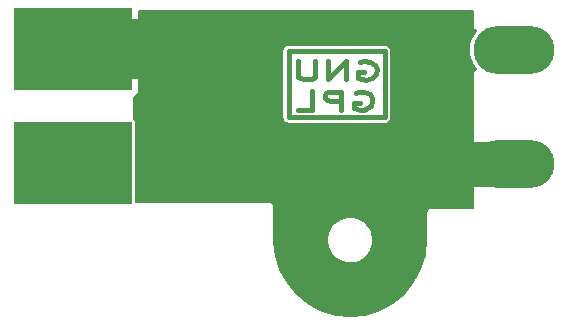
<source format=gbl>
G04 #@! TF.FileFunction,Copper,L2,Bot,Signal*
%FSLAX46Y46*%
G04 Gerber Fmt 4.6, Leading zero omitted, Abs format (unit mm)*
G04 Created by KiCad (PCBNEW 4.0.7-e2-6376~58~ubuntu16.04.1) date Mon Nov  6 13:34:28 2017*
%MOMM*%
%LPD*%
G01*
G04 APERTURE LIST*
%ADD10C,0.100000*%
%ADD11C,0.381000*%
%ADD12R,10.000000X7.000000*%
%ADD13O,6.850000X4.050000*%
%ADD14C,3.810000*%
%ADD15C,5.080000*%
%ADD16C,0.203200*%
G04 APERTURE END LIST*
D10*
D11*
X148394420Y-88183720D02*
X148394420Y-89783920D01*
X148394420Y-89783920D02*
X147195540Y-89783920D01*
X150893780Y-89783920D02*
X150893780Y-88282780D01*
X150893780Y-88282780D02*
X149994620Y-88282780D01*
X149994620Y-88282780D02*
X149793960Y-88282780D01*
X149793960Y-88282780D02*
X149595840Y-88384380D01*
X149595840Y-88384380D02*
X149494240Y-88585040D01*
X149494240Y-88585040D02*
X149494240Y-88783160D01*
X149494240Y-88783160D02*
X149694900Y-88983820D01*
X149694900Y-88983820D02*
X149994620Y-89082880D01*
X149994620Y-89082880D02*
X150893780Y-89082880D01*
X152095200Y-88384380D02*
X152295860Y-88282780D01*
X152295860Y-88282780D02*
X152796240Y-88282780D01*
X152796240Y-88282780D02*
X153095960Y-88384380D01*
X153095960Y-88384380D02*
X153294080Y-88483440D01*
X153294080Y-88483440D02*
X153494740Y-88783160D01*
X153494740Y-88783160D02*
X153494740Y-89082880D01*
X153494740Y-89082880D02*
X153395680Y-89484200D01*
X153395680Y-89484200D02*
X153095960Y-89684860D01*
X153095960Y-89684860D02*
X152796240Y-89783920D01*
X152796240Y-89783920D02*
X152493980Y-89783920D01*
X152493980Y-89783920D02*
X151996140Y-89684860D01*
X151996140Y-89684860D02*
X151996140Y-89184480D01*
X151996140Y-89184480D02*
X152493980Y-89184480D01*
X148694140Y-85684360D02*
X148694140Y-86984840D01*
X148694140Y-86984840D02*
X148394420Y-87182960D01*
X148394420Y-87182960D02*
X148094700Y-87182960D01*
X148094700Y-87182960D02*
X147695920Y-87182960D01*
X147695920Y-87182960D02*
X147396200Y-87083900D01*
X147396200Y-87083900D02*
X147195540Y-86984840D01*
X147195540Y-86984840D02*
X147195540Y-85684360D01*
X151295100Y-87182960D02*
X151295100Y-85684360D01*
X151295100Y-85684360D02*
X149793960Y-87182960D01*
X149793960Y-87182960D02*
X149793960Y-85684360D01*
X152493980Y-85783420D02*
X152796240Y-85684360D01*
X152796240Y-85684360D02*
X153294080Y-85783420D01*
X153294080Y-85783420D02*
X153695400Y-85984080D01*
X153695400Y-85984080D02*
X153896060Y-86382860D01*
X153896060Y-86382860D02*
X153794460Y-86784180D01*
X153794460Y-86784180D02*
X153494740Y-87083900D01*
X153494740Y-87083900D02*
X152994360Y-87284560D01*
X152994360Y-87284560D02*
X152295860Y-87083900D01*
X152295860Y-87083900D02*
X152295860Y-86583520D01*
X152295860Y-86583520D02*
X152796240Y-86583520D01*
X154559000Y-84836000D02*
X146431000Y-84836000D01*
X146431000Y-84836000D02*
X146431000Y-90424000D01*
X146431000Y-90424000D02*
X154559000Y-90424000D01*
X154559000Y-90424000D02*
X154559000Y-84836000D01*
D12*
X128130800Y-84683600D03*
X128130800Y-94335600D03*
D13*
X165473000Y-84709000D03*
X165473000Y-94352000D03*
D14*
X165473000Y-94352000D02*
X161426000Y-94352000D01*
D15*
X132130800Y-84683600D02*
X134467600Y-84683600D01*
D16*
G36*
X162002400Y-82681000D02*
X162006348Y-82721268D01*
X162010027Y-82761686D01*
X162010454Y-82763136D01*
X162010601Y-82764637D01*
X162022320Y-82803454D01*
X162033755Y-82842306D01*
X162034453Y-82843641D01*
X162034890Y-82845089D01*
X162053919Y-82880878D01*
X162072689Y-82916781D01*
X162073637Y-82917960D01*
X162074344Y-82919290D01*
X162099911Y-82950638D01*
X162125348Y-82982275D01*
X162126506Y-82983247D01*
X162127459Y-82984415D01*
X162158643Y-83010213D01*
X162189725Y-83036294D01*
X162191049Y-83037022D01*
X162192212Y-83037984D01*
X162227828Y-83057241D01*
X162263369Y-83076780D01*
X162264810Y-83077237D01*
X162266136Y-83077954D01*
X162304821Y-83089929D01*
X162316239Y-83093551D01*
X162081100Y-83377785D01*
X161860120Y-83786480D01*
X161722730Y-84230314D01*
X161674165Y-84692380D01*
X161716274Y-85155080D01*
X161847453Y-85600788D01*
X162062706Y-86012529D01*
X162310247Y-86320408D01*
X162271694Y-86331755D01*
X162270359Y-86332453D01*
X162268911Y-86332890D01*
X162233122Y-86351919D01*
X162197219Y-86370689D01*
X162196040Y-86371637D01*
X162194710Y-86372344D01*
X162163362Y-86397911D01*
X162131725Y-86423348D01*
X162130753Y-86424506D01*
X162129585Y-86425459D01*
X162103787Y-86456643D01*
X162077706Y-86487725D01*
X162076978Y-86489049D01*
X162076016Y-86490212D01*
X162056759Y-86525828D01*
X162037220Y-86561369D01*
X162036763Y-86562810D01*
X162036046Y-86564136D01*
X162024071Y-86602821D01*
X162011810Y-86641473D01*
X162011642Y-86642973D01*
X162011195Y-86644416D01*
X162006954Y-86684767D01*
X162002442Y-86724988D01*
X162002422Y-86727882D01*
X162002410Y-86727994D01*
X162002420Y-86728102D01*
X162002400Y-86731000D01*
X162002400Y-92303000D01*
X162002506Y-92304081D01*
X162002410Y-92304994D01*
X162010027Y-92388686D01*
X162033755Y-92469306D01*
X162072689Y-92543781D01*
X162109781Y-92589914D01*
X162102294Y-92596819D01*
X161797742Y-93015010D01*
X161580627Y-93484581D01*
X161499035Y-93790024D01*
X161595483Y-94199600D01*
X162395311Y-94199600D01*
X162399729Y-94504400D01*
X161595483Y-94504400D01*
X161499035Y-94913976D01*
X161580627Y-95219419D01*
X161797742Y-95688990D01*
X162097710Y-96100886D01*
X162077706Y-96124725D01*
X162076978Y-96126049D01*
X162076016Y-96127212D01*
X162056759Y-96162828D01*
X162037220Y-96198369D01*
X162036763Y-96199810D01*
X162036046Y-96201136D01*
X162024071Y-96239821D01*
X162011810Y-96278473D01*
X162011642Y-96279973D01*
X162011195Y-96281416D01*
X162006954Y-96321767D01*
X162002442Y-96361988D01*
X162002422Y-96364882D01*
X162002410Y-96364994D01*
X162002420Y-96365106D01*
X162002400Y-96368000D01*
X162002400Y-98095400D01*
X158496000Y-98095400D01*
X158455732Y-98099348D01*
X158415314Y-98103027D01*
X158413864Y-98103454D01*
X158412363Y-98103601D01*
X158373546Y-98115320D01*
X158334694Y-98126755D01*
X158333359Y-98127453D01*
X158331911Y-98127890D01*
X158296122Y-98146919D01*
X158260219Y-98165689D01*
X158259040Y-98166637D01*
X158257710Y-98167344D01*
X158226420Y-98192864D01*
X158194725Y-98218348D01*
X158193753Y-98219506D01*
X158192585Y-98220459D01*
X158166787Y-98251643D01*
X158140706Y-98282725D01*
X158139978Y-98284049D01*
X158139016Y-98285212D01*
X158119759Y-98320828D01*
X158100220Y-98356369D01*
X158099763Y-98357810D01*
X158099046Y-98359136D01*
X158087071Y-98397821D01*
X158074810Y-98436473D01*
X158074642Y-98437973D01*
X158074195Y-98439416D01*
X158069954Y-98479767D01*
X158065442Y-98519988D01*
X158065422Y-98522882D01*
X158065410Y-98522994D01*
X158065420Y-98523106D01*
X158065400Y-98526000D01*
X158065400Y-100816939D01*
X157940965Y-102086021D01*
X157578518Y-103286506D01*
X156989798Y-104393726D01*
X156197230Y-105365510D01*
X155231001Y-106164845D01*
X154127917Y-106761279D01*
X152929991Y-107132099D01*
X151682858Y-107263179D01*
X150434013Y-107149525D01*
X149231024Y-106795466D01*
X148119725Y-106214493D01*
X147142428Y-105428726D01*
X146336371Y-104468104D01*
X145732247Y-103369208D01*
X145353074Y-102173900D01*
X145221672Y-101002432D01*
X149679830Y-101002432D01*
X149749061Y-101379644D01*
X149890242Y-101736226D01*
X150097994Y-102058594D01*
X150364404Y-102334470D01*
X150679326Y-102553346D01*
X151030762Y-102706885D01*
X151405329Y-102789239D01*
X151788758Y-102797270D01*
X152166444Y-102730674D01*
X152524002Y-102591986D01*
X152847813Y-102386490D01*
X153125542Y-102122012D01*
X153346611Y-101808626D01*
X153502600Y-101458270D01*
X153587567Y-101084288D01*
X153593684Y-100646244D01*
X153519192Y-100270035D01*
X153373047Y-99915459D01*
X153160814Y-99596023D01*
X152890578Y-99323894D01*
X152572631Y-99109436D01*
X152219085Y-98960819D01*
X151843405Y-98883703D01*
X151459901Y-98881025D01*
X151083182Y-98952889D01*
X150727595Y-99096555D01*
X150406685Y-99306553D01*
X150132675Y-99574882D01*
X149916003Y-99891324D01*
X149764921Y-100243824D01*
X149685184Y-100618957D01*
X149679830Y-101002432D01*
X145221672Y-101002432D01*
X145211101Y-100908190D01*
X145210600Y-100836429D01*
X145210600Y-98026000D01*
X145206652Y-97985732D01*
X145202973Y-97945314D01*
X145202546Y-97943864D01*
X145202399Y-97942363D01*
X145190680Y-97903546D01*
X145179245Y-97864694D01*
X145178547Y-97863359D01*
X145178110Y-97861911D01*
X145159081Y-97826122D01*
X145140311Y-97790219D01*
X145139363Y-97789040D01*
X145138656Y-97787710D01*
X145113089Y-97756362D01*
X145087652Y-97724725D01*
X145086494Y-97723753D01*
X145085541Y-97722585D01*
X145054357Y-97696787D01*
X145023275Y-97670706D01*
X145021951Y-97669978D01*
X145020788Y-97669016D01*
X144985172Y-97649759D01*
X144949631Y-97630220D01*
X144948190Y-97629763D01*
X144946864Y-97629046D01*
X144908179Y-97617071D01*
X144869527Y-97604810D01*
X144868027Y-97604642D01*
X144866584Y-97604195D01*
X144826233Y-97599954D01*
X144786012Y-97595442D01*
X144783118Y-97595422D01*
X144783006Y-97595410D01*
X144782894Y-97595420D01*
X144780000Y-97595400D01*
X133488120Y-97595400D01*
X133488120Y-90835600D01*
X133483604Y-90778972D01*
X133453860Y-90682925D01*
X133398536Y-90598967D01*
X133366600Y-90571748D01*
X133366600Y-88745754D01*
X133419554Y-88723820D01*
X133519398Y-88657107D01*
X133604307Y-88572197D01*
X133671021Y-88472354D01*
X133716973Y-88361413D01*
X133740400Y-88243640D01*
X133740400Y-84988400D01*
X133588000Y-84836000D01*
X145884900Y-84836000D01*
X145884900Y-90424000D01*
X145889915Y-90475152D01*
X145894573Y-90526329D01*
X145895113Y-90528164D01*
X145895300Y-90530071D01*
X145910167Y-90579314D01*
X145924665Y-90628573D01*
X145925551Y-90630267D01*
X145926105Y-90632103D01*
X145950245Y-90677503D01*
X145974043Y-90723024D01*
X145975243Y-90724517D01*
X145976142Y-90726207D01*
X146008625Y-90766036D01*
X146040826Y-90806086D01*
X146042292Y-90807316D01*
X146043503Y-90808801D01*
X146083132Y-90841585D01*
X146122472Y-90874594D01*
X146124149Y-90875516D01*
X146125625Y-90876737D01*
X146170787Y-90901156D01*
X146215868Y-90925940D01*
X146217697Y-90926520D01*
X146219378Y-90927429D01*
X146268439Y-90942616D01*
X146317459Y-90958166D01*
X146319360Y-90958379D01*
X146321191Y-90958946D01*
X146372325Y-90964321D01*
X146423375Y-90970047D01*
X146427050Y-90970073D01*
X146427188Y-90970087D01*
X146427326Y-90970074D01*
X146431000Y-90970100D01*
X154559000Y-90970100D01*
X154610152Y-90965085D01*
X154661329Y-90960427D01*
X154663164Y-90959887D01*
X154665071Y-90959700D01*
X154714328Y-90944829D01*
X154763573Y-90930335D01*
X154765267Y-90929449D01*
X154767103Y-90928895D01*
X154812503Y-90904755D01*
X154858024Y-90880957D01*
X154859517Y-90879757D01*
X154861207Y-90878858D01*
X154901036Y-90846375D01*
X154941086Y-90814174D01*
X154942316Y-90812708D01*
X154943801Y-90811497D01*
X154976585Y-90771868D01*
X155009594Y-90732528D01*
X155010516Y-90730851D01*
X155011737Y-90729375D01*
X155036156Y-90684213D01*
X155060940Y-90639132D01*
X155061520Y-90637303D01*
X155062429Y-90635622D01*
X155077616Y-90586561D01*
X155093166Y-90537541D01*
X155093379Y-90535640D01*
X155093946Y-90533809D01*
X155099321Y-90482675D01*
X155105047Y-90431625D01*
X155105073Y-90427950D01*
X155105087Y-90427812D01*
X155105074Y-90427674D01*
X155105100Y-90424000D01*
X155105100Y-84836000D01*
X155100085Y-84784848D01*
X155095427Y-84733671D01*
X155094887Y-84731836D01*
X155094700Y-84729929D01*
X155079829Y-84680672D01*
X155065335Y-84631427D01*
X155064449Y-84629733D01*
X155063895Y-84627897D01*
X155039755Y-84582497D01*
X155015957Y-84536976D01*
X155014757Y-84535483D01*
X155013858Y-84533793D01*
X154981375Y-84493964D01*
X154949174Y-84453914D01*
X154947708Y-84452684D01*
X154946497Y-84451199D01*
X154906868Y-84418415D01*
X154867528Y-84385406D01*
X154865851Y-84384484D01*
X154864375Y-84383263D01*
X154819213Y-84358844D01*
X154774132Y-84334060D01*
X154772303Y-84333480D01*
X154770622Y-84332571D01*
X154721561Y-84317384D01*
X154672541Y-84301834D01*
X154670640Y-84301621D01*
X154668809Y-84301054D01*
X154617675Y-84295679D01*
X154566625Y-84289953D01*
X154562950Y-84289927D01*
X154562812Y-84289913D01*
X154562674Y-84289926D01*
X154559000Y-84289900D01*
X146431000Y-84289900D01*
X146379848Y-84294915D01*
X146328671Y-84299573D01*
X146326836Y-84300113D01*
X146324929Y-84300300D01*
X146275672Y-84315171D01*
X146226427Y-84329665D01*
X146224733Y-84330551D01*
X146222897Y-84331105D01*
X146177497Y-84355245D01*
X146131976Y-84379043D01*
X146130483Y-84380243D01*
X146128793Y-84381142D01*
X146088964Y-84413625D01*
X146048914Y-84445826D01*
X146047684Y-84447292D01*
X146046199Y-84448503D01*
X146013415Y-84488132D01*
X145980406Y-84527472D01*
X145979484Y-84529149D01*
X145978263Y-84530625D01*
X145953844Y-84575787D01*
X145929060Y-84620868D01*
X145928480Y-84622697D01*
X145927571Y-84624378D01*
X145912384Y-84673439D01*
X145896834Y-84722459D01*
X145896621Y-84724360D01*
X145896054Y-84726191D01*
X145890679Y-84777325D01*
X145884953Y-84828375D01*
X145884927Y-84832050D01*
X145884913Y-84832188D01*
X145884926Y-84832326D01*
X145884900Y-84836000D01*
X133588000Y-84836000D01*
X129358435Y-84836000D01*
X129367777Y-84733345D01*
X129367504Y-84694318D01*
X129367777Y-84655291D01*
X129367190Y-84649308D01*
X129354776Y-84531200D01*
X133588000Y-84531200D01*
X133740400Y-84378800D01*
X133740400Y-81456600D01*
X162002400Y-81456600D01*
X162002400Y-82681000D01*
X162002400Y-82681000D01*
G37*
X162002400Y-82681000D02*
X162006348Y-82721268D01*
X162010027Y-82761686D01*
X162010454Y-82763136D01*
X162010601Y-82764637D01*
X162022320Y-82803454D01*
X162033755Y-82842306D01*
X162034453Y-82843641D01*
X162034890Y-82845089D01*
X162053919Y-82880878D01*
X162072689Y-82916781D01*
X162073637Y-82917960D01*
X162074344Y-82919290D01*
X162099911Y-82950638D01*
X162125348Y-82982275D01*
X162126506Y-82983247D01*
X162127459Y-82984415D01*
X162158643Y-83010213D01*
X162189725Y-83036294D01*
X162191049Y-83037022D01*
X162192212Y-83037984D01*
X162227828Y-83057241D01*
X162263369Y-83076780D01*
X162264810Y-83077237D01*
X162266136Y-83077954D01*
X162304821Y-83089929D01*
X162316239Y-83093551D01*
X162081100Y-83377785D01*
X161860120Y-83786480D01*
X161722730Y-84230314D01*
X161674165Y-84692380D01*
X161716274Y-85155080D01*
X161847453Y-85600788D01*
X162062706Y-86012529D01*
X162310247Y-86320408D01*
X162271694Y-86331755D01*
X162270359Y-86332453D01*
X162268911Y-86332890D01*
X162233122Y-86351919D01*
X162197219Y-86370689D01*
X162196040Y-86371637D01*
X162194710Y-86372344D01*
X162163362Y-86397911D01*
X162131725Y-86423348D01*
X162130753Y-86424506D01*
X162129585Y-86425459D01*
X162103787Y-86456643D01*
X162077706Y-86487725D01*
X162076978Y-86489049D01*
X162076016Y-86490212D01*
X162056759Y-86525828D01*
X162037220Y-86561369D01*
X162036763Y-86562810D01*
X162036046Y-86564136D01*
X162024071Y-86602821D01*
X162011810Y-86641473D01*
X162011642Y-86642973D01*
X162011195Y-86644416D01*
X162006954Y-86684767D01*
X162002442Y-86724988D01*
X162002422Y-86727882D01*
X162002410Y-86727994D01*
X162002420Y-86728102D01*
X162002400Y-86731000D01*
X162002400Y-92303000D01*
X162002506Y-92304081D01*
X162002410Y-92304994D01*
X162010027Y-92388686D01*
X162033755Y-92469306D01*
X162072689Y-92543781D01*
X162109781Y-92589914D01*
X162102294Y-92596819D01*
X161797742Y-93015010D01*
X161580627Y-93484581D01*
X161499035Y-93790024D01*
X161595483Y-94199600D01*
X162395311Y-94199600D01*
X162399729Y-94504400D01*
X161595483Y-94504400D01*
X161499035Y-94913976D01*
X161580627Y-95219419D01*
X161797742Y-95688990D01*
X162097710Y-96100886D01*
X162077706Y-96124725D01*
X162076978Y-96126049D01*
X162076016Y-96127212D01*
X162056759Y-96162828D01*
X162037220Y-96198369D01*
X162036763Y-96199810D01*
X162036046Y-96201136D01*
X162024071Y-96239821D01*
X162011810Y-96278473D01*
X162011642Y-96279973D01*
X162011195Y-96281416D01*
X162006954Y-96321767D01*
X162002442Y-96361988D01*
X162002422Y-96364882D01*
X162002410Y-96364994D01*
X162002420Y-96365106D01*
X162002400Y-96368000D01*
X162002400Y-98095400D01*
X158496000Y-98095400D01*
X158455732Y-98099348D01*
X158415314Y-98103027D01*
X158413864Y-98103454D01*
X158412363Y-98103601D01*
X158373546Y-98115320D01*
X158334694Y-98126755D01*
X158333359Y-98127453D01*
X158331911Y-98127890D01*
X158296122Y-98146919D01*
X158260219Y-98165689D01*
X158259040Y-98166637D01*
X158257710Y-98167344D01*
X158226420Y-98192864D01*
X158194725Y-98218348D01*
X158193753Y-98219506D01*
X158192585Y-98220459D01*
X158166787Y-98251643D01*
X158140706Y-98282725D01*
X158139978Y-98284049D01*
X158139016Y-98285212D01*
X158119759Y-98320828D01*
X158100220Y-98356369D01*
X158099763Y-98357810D01*
X158099046Y-98359136D01*
X158087071Y-98397821D01*
X158074810Y-98436473D01*
X158074642Y-98437973D01*
X158074195Y-98439416D01*
X158069954Y-98479767D01*
X158065442Y-98519988D01*
X158065422Y-98522882D01*
X158065410Y-98522994D01*
X158065420Y-98523106D01*
X158065400Y-98526000D01*
X158065400Y-100816939D01*
X157940965Y-102086021D01*
X157578518Y-103286506D01*
X156989798Y-104393726D01*
X156197230Y-105365510D01*
X155231001Y-106164845D01*
X154127917Y-106761279D01*
X152929991Y-107132099D01*
X151682858Y-107263179D01*
X150434013Y-107149525D01*
X149231024Y-106795466D01*
X148119725Y-106214493D01*
X147142428Y-105428726D01*
X146336371Y-104468104D01*
X145732247Y-103369208D01*
X145353074Y-102173900D01*
X145221672Y-101002432D01*
X149679830Y-101002432D01*
X149749061Y-101379644D01*
X149890242Y-101736226D01*
X150097994Y-102058594D01*
X150364404Y-102334470D01*
X150679326Y-102553346D01*
X151030762Y-102706885D01*
X151405329Y-102789239D01*
X151788758Y-102797270D01*
X152166444Y-102730674D01*
X152524002Y-102591986D01*
X152847813Y-102386490D01*
X153125542Y-102122012D01*
X153346611Y-101808626D01*
X153502600Y-101458270D01*
X153587567Y-101084288D01*
X153593684Y-100646244D01*
X153519192Y-100270035D01*
X153373047Y-99915459D01*
X153160814Y-99596023D01*
X152890578Y-99323894D01*
X152572631Y-99109436D01*
X152219085Y-98960819D01*
X151843405Y-98883703D01*
X151459901Y-98881025D01*
X151083182Y-98952889D01*
X150727595Y-99096555D01*
X150406685Y-99306553D01*
X150132675Y-99574882D01*
X149916003Y-99891324D01*
X149764921Y-100243824D01*
X149685184Y-100618957D01*
X149679830Y-101002432D01*
X145221672Y-101002432D01*
X145211101Y-100908190D01*
X145210600Y-100836429D01*
X145210600Y-98026000D01*
X145206652Y-97985732D01*
X145202973Y-97945314D01*
X145202546Y-97943864D01*
X145202399Y-97942363D01*
X145190680Y-97903546D01*
X145179245Y-97864694D01*
X145178547Y-97863359D01*
X145178110Y-97861911D01*
X145159081Y-97826122D01*
X145140311Y-97790219D01*
X145139363Y-97789040D01*
X145138656Y-97787710D01*
X145113089Y-97756362D01*
X145087652Y-97724725D01*
X145086494Y-97723753D01*
X145085541Y-97722585D01*
X145054357Y-97696787D01*
X145023275Y-97670706D01*
X145021951Y-97669978D01*
X145020788Y-97669016D01*
X144985172Y-97649759D01*
X144949631Y-97630220D01*
X144948190Y-97629763D01*
X144946864Y-97629046D01*
X144908179Y-97617071D01*
X144869527Y-97604810D01*
X144868027Y-97604642D01*
X144866584Y-97604195D01*
X144826233Y-97599954D01*
X144786012Y-97595442D01*
X144783118Y-97595422D01*
X144783006Y-97595410D01*
X144782894Y-97595420D01*
X144780000Y-97595400D01*
X133488120Y-97595400D01*
X133488120Y-90835600D01*
X133483604Y-90778972D01*
X133453860Y-90682925D01*
X133398536Y-90598967D01*
X133366600Y-90571748D01*
X133366600Y-88745754D01*
X133419554Y-88723820D01*
X133519398Y-88657107D01*
X133604307Y-88572197D01*
X133671021Y-88472354D01*
X133716973Y-88361413D01*
X133740400Y-88243640D01*
X133740400Y-84988400D01*
X133588000Y-84836000D01*
X145884900Y-84836000D01*
X145884900Y-90424000D01*
X145889915Y-90475152D01*
X145894573Y-90526329D01*
X145895113Y-90528164D01*
X145895300Y-90530071D01*
X145910167Y-90579314D01*
X145924665Y-90628573D01*
X145925551Y-90630267D01*
X145926105Y-90632103D01*
X145950245Y-90677503D01*
X145974043Y-90723024D01*
X145975243Y-90724517D01*
X145976142Y-90726207D01*
X146008625Y-90766036D01*
X146040826Y-90806086D01*
X146042292Y-90807316D01*
X146043503Y-90808801D01*
X146083132Y-90841585D01*
X146122472Y-90874594D01*
X146124149Y-90875516D01*
X146125625Y-90876737D01*
X146170787Y-90901156D01*
X146215868Y-90925940D01*
X146217697Y-90926520D01*
X146219378Y-90927429D01*
X146268439Y-90942616D01*
X146317459Y-90958166D01*
X146319360Y-90958379D01*
X146321191Y-90958946D01*
X146372325Y-90964321D01*
X146423375Y-90970047D01*
X146427050Y-90970073D01*
X146427188Y-90970087D01*
X146427326Y-90970074D01*
X146431000Y-90970100D01*
X154559000Y-90970100D01*
X154610152Y-90965085D01*
X154661329Y-90960427D01*
X154663164Y-90959887D01*
X154665071Y-90959700D01*
X154714328Y-90944829D01*
X154763573Y-90930335D01*
X154765267Y-90929449D01*
X154767103Y-90928895D01*
X154812503Y-90904755D01*
X154858024Y-90880957D01*
X154859517Y-90879757D01*
X154861207Y-90878858D01*
X154901036Y-90846375D01*
X154941086Y-90814174D01*
X154942316Y-90812708D01*
X154943801Y-90811497D01*
X154976585Y-90771868D01*
X155009594Y-90732528D01*
X155010516Y-90730851D01*
X155011737Y-90729375D01*
X155036156Y-90684213D01*
X155060940Y-90639132D01*
X155061520Y-90637303D01*
X155062429Y-90635622D01*
X155077616Y-90586561D01*
X155093166Y-90537541D01*
X155093379Y-90535640D01*
X155093946Y-90533809D01*
X155099321Y-90482675D01*
X155105047Y-90431625D01*
X155105073Y-90427950D01*
X155105087Y-90427812D01*
X155105074Y-90427674D01*
X155105100Y-90424000D01*
X155105100Y-84836000D01*
X155100085Y-84784848D01*
X155095427Y-84733671D01*
X155094887Y-84731836D01*
X155094700Y-84729929D01*
X155079829Y-84680672D01*
X155065335Y-84631427D01*
X155064449Y-84629733D01*
X155063895Y-84627897D01*
X155039755Y-84582497D01*
X155015957Y-84536976D01*
X155014757Y-84535483D01*
X155013858Y-84533793D01*
X154981375Y-84493964D01*
X154949174Y-84453914D01*
X154947708Y-84452684D01*
X154946497Y-84451199D01*
X154906868Y-84418415D01*
X154867528Y-84385406D01*
X154865851Y-84384484D01*
X154864375Y-84383263D01*
X154819213Y-84358844D01*
X154774132Y-84334060D01*
X154772303Y-84333480D01*
X154770622Y-84332571D01*
X154721561Y-84317384D01*
X154672541Y-84301834D01*
X154670640Y-84301621D01*
X154668809Y-84301054D01*
X154617675Y-84295679D01*
X154566625Y-84289953D01*
X154562950Y-84289927D01*
X154562812Y-84289913D01*
X154562674Y-84289926D01*
X154559000Y-84289900D01*
X146431000Y-84289900D01*
X146379848Y-84294915D01*
X146328671Y-84299573D01*
X146326836Y-84300113D01*
X146324929Y-84300300D01*
X146275672Y-84315171D01*
X146226427Y-84329665D01*
X146224733Y-84330551D01*
X146222897Y-84331105D01*
X146177497Y-84355245D01*
X146131976Y-84379043D01*
X146130483Y-84380243D01*
X146128793Y-84381142D01*
X146088964Y-84413625D01*
X146048914Y-84445826D01*
X146047684Y-84447292D01*
X146046199Y-84448503D01*
X146013415Y-84488132D01*
X145980406Y-84527472D01*
X145979484Y-84529149D01*
X145978263Y-84530625D01*
X145953844Y-84575787D01*
X145929060Y-84620868D01*
X145928480Y-84622697D01*
X145927571Y-84624378D01*
X145912384Y-84673439D01*
X145896834Y-84722459D01*
X145896621Y-84724360D01*
X145896054Y-84726191D01*
X145890679Y-84777325D01*
X145884953Y-84828375D01*
X145884927Y-84832050D01*
X145884913Y-84832188D01*
X145884926Y-84832326D01*
X145884900Y-84836000D01*
X133588000Y-84836000D01*
X129358435Y-84836000D01*
X129367777Y-84733345D01*
X129367504Y-84694318D01*
X129367777Y-84655291D01*
X129367190Y-84649308D01*
X129354776Y-84531200D01*
X133588000Y-84531200D01*
X133740400Y-84378800D01*
X133740400Y-81456600D01*
X162002400Y-81456600D01*
X162002400Y-82681000D01*
M02*

</source>
